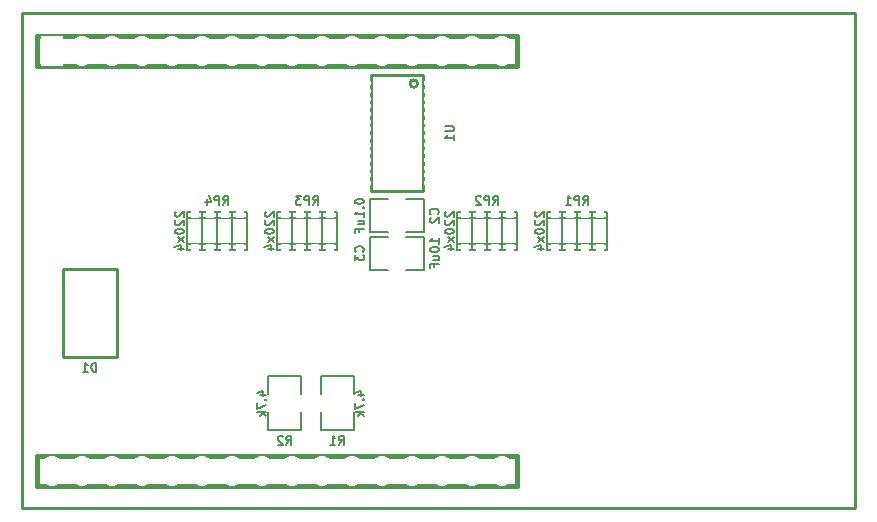
<source format=gbo>
G04 #@! TF.GenerationSoftware,KiCad,Pcbnew,6.0.0-rc1-unknown-4d73cfb~66~ubuntu18.04.1*
G04 #@! TF.CreationDate,2018-11-28T14:14:14-05:00
G04 #@! TF.ProjectId,servo_controller_3x2,73657276-6f5f-4636-9f6e-74726f6c6c65,1.0*
G04 #@! TF.SameCoordinates,Original*
G04 #@! TF.FileFunction,Legend,Bot*
G04 #@! TF.FilePolarity,Positive*
%FSLAX46Y46*%
G04 Gerber Fmt 4.6, Leading zero omitted, Abs format (unit mm)*
G04 Created by KiCad (PCBNEW 6.0.0-rc1-unknown-4d73cfb~66~ubuntu18.04.1) date Wed 28 Nov 2018 02:14:14 PM EST*
%MOMM*%
%LPD*%
G01*
G04 APERTURE LIST*
%ADD10C,0.228600*%
%ADD11C,0.381000*%
%ADD12C,0.127000*%
%ADD13C,0.150000*%
%ADD14C,0.190500*%
%ADD15R,1.350000X0.400000*%
%ADD16C,3.556000*%
%ADD17O,1.854200X2.540000*%
%ADD18R,1.854200X2.540000*%
%ADD19O,1.524000X2.032000*%
%ADD20R,1.524000X2.032000*%
%ADD21R,1.270000X2.540000*%
%ADD22R,4.000000X5.160000*%
%ADD23R,1.800000X1.640000*%
%ADD24O,2.032000X1.524000*%
%ADD25C,1.930400*%
%ADD26O,4.572000X3.556000*%
%ADD27O,4.064000X5.080000*%
%ADD28O,5.080000X3.556000*%
%ADD29R,2.540000X1.270000*%
%ADD30R,0.650000X1.000000*%
G04 APERTURE END LIST*
D10*
X156210000Y-67945000D02*
X85725000Y-67945000D01*
X156210000Y-109855000D02*
X156210000Y-67945000D01*
X85725000Y-109855000D02*
X156210000Y-109855000D01*
X85725000Y-67945000D02*
X85725000Y-109855000D01*
G04 #@! TO.C,U1*
X115275000Y-83005000D02*
X115275000Y-73205000D01*
X119675000Y-83005000D02*
X115275000Y-83005000D01*
X119675000Y-73205000D02*
X119675000Y-83005000D01*
X115275000Y-73205000D02*
X119675000Y-73205000D01*
X119191228Y-73905000D02*
G75*
G03X119191228Y-73905000I-316228J0D01*
G01*
D11*
G04 #@! TO.C,MDB1*
X127635000Y-69850000D02*
X86995000Y-69850000D01*
X127635000Y-72390000D02*
X127635000Y-69850000D01*
X86995000Y-72390000D02*
X127635000Y-72390000D01*
X86995000Y-69850000D02*
X86995000Y-72390000D01*
X127635000Y-105410000D02*
X86995000Y-105410000D01*
X127635000Y-107950000D02*
X127635000Y-105410000D01*
X86995000Y-107950000D02*
X127635000Y-107950000D01*
X86995000Y-105410000D02*
X86995000Y-107950000D01*
D12*
G04 #@! TO.C,C2*
X119761000Y-86487000D02*
X118237000Y-86487000D01*
X119761000Y-83693000D02*
X119761000Y-86487000D01*
X118237000Y-83693000D02*
X119761000Y-83693000D01*
X115189000Y-83693000D02*
X116713000Y-83693000D01*
X115189000Y-86487000D02*
X115189000Y-83693000D01*
X116713000Y-86487000D02*
X115189000Y-86487000D01*
G04 #@! TO.C,C3*
X116713000Y-89662000D02*
X115189000Y-89662000D01*
X115189000Y-89662000D02*
X115189000Y-86868000D01*
X115189000Y-86868000D02*
X116713000Y-86868000D01*
X118237000Y-86868000D02*
X119761000Y-86868000D01*
X119761000Y-86868000D02*
X119761000Y-89662000D01*
X119761000Y-89662000D02*
X118237000Y-89662000D01*
D10*
G04 #@! TO.C,D1*
X93740000Y-89595000D02*
X89140000Y-89595000D01*
X89140000Y-89595000D02*
X89140000Y-97095000D01*
X89140000Y-97095000D02*
X93740000Y-97095000D01*
X93740000Y-97095000D02*
X93740000Y-89595000D01*
D12*
G04 #@! TO.C,R1*
X110998000Y-100203000D02*
X110998000Y-98679000D01*
X110998000Y-98679000D02*
X113792000Y-98679000D01*
X113792000Y-98679000D02*
X113792000Y-100203000D01*
X113792000Y-101727000D02*
X113792000Y-103251000D01*
X113792000Y-103251000D02*
X110998000Y-103251000D01*
X110998000Y-103251000D02*
X110998000Y-101727000D01*
G04 #@! TO.C,R2*
X106553000Y-103251000D02*
X106553000Y-101727000D01*
X109347000Y-103251000D02*
X106553000Y-103251000D01*
X109347000Y-101727000D02*
X109347000Y-103251000D01*
X109347000Y-98679000D02*
X109347000Y-100203000D01*
X106553000Y-98679000D02*
X109347000Y-98679000D01*
X106553000Y-100203000D02*
X106553000Y-98679000D01*
D13*
G04 #@! TO.C,RP1*
X135255000Y-84760000D02*
X130175000Y-84760000D01*
X135255000Y-84760000D02*
X135255000Y-87960000D01*
X135255000Y-87960000D02*
X130175000Y-87960000D01*
X130175000Y-87960000D02*
X130175000Y-84760000D01*
X132715000Y-84760000D02*
X132715000Y-87960000D01*
X133985000Y-84760000D02*
X133985000Y-87960000D01*
X131445000Y-84760000D02*
X131445000Y-87960000D01*
X135255000Y-85260000D02*
X130175000Y-85260000D01*
X135255000Y-87460000D02*
X130175000Y-87460000D01*
G04 #@! TO.C,RP2*
X127635000Y-87460000D02*
X122555000Y-87460000D01*
X127635000Y-85260000D02*
X122555000Y-85260000D01*
X123825000Y-84760000D02*
X123825000Y-87960000D01*
X126365000Y-84760000D02*
X126365000Y-87960000D01*
X125095000Y-84760000D02*
X125095000Y-87960000D01*
X122555000Y-87960000D02*
X122555000Y-84760000D01*
X127635000Y-87960000D02*
X122555000Y-87960000D01*
X127635000Y-84760000D02*
X127635000Y-87960000D01*
X127635000Y-84760000D02*
X122555000Y-84760000D01*
G04 #@! TO.C,RP3*
X112395000Y-84760000D02*
X107315000Y-84760000D01*
X112395000Y-84760000D02*
X112395000Y-87960000D01*
X112395000Y-87960000D02*
X107315000Y-87960000D01*
X107315000Y-87960000D02*
X107315000Y-84760000D01*
X109855000Y-84760000D02*
X109855000Y-87960000D01*
X111125000Y-84760000D02*
X111125000Y-87960000D01*
X108585000Y-84760000D02*
X108585000Y-87960000D01*
X112395000Y-85260000D02*
X107315000Y-85260000D01*
X112395000Y-87460000D02*
X107315000Y-87460000D01*
G04 #@! TO.C,RP4*
X104775000Y-87460000D02*
X99695000Y-87460000D01*
X104775000Y-85260000D02*
X99695000Y-85260000D01*
X100965000Y-84760000D02*
X100965000Y-87960000D01*
X103505000Y-84760000D02*
X103505000Y-87960000D01*
X102235000Y-84760000D02*
X102235000Y-87960000D01*
X99695000Y-87960000D02*
X99695000Y-84760000D01*
X104775000Y-87960000D02*
X99695000Y-87960000D01*
X104775000Y-84760000D02*
X104775000Y-87960000D01*
X104775000Y-84760000D02*
X99695000Y-84760000D01*
G04 #@! TD*
G04 #@! TO.C,U1*
D14*
X121502714Y-77524428D02*
X122119571Y-77524428D01*
X122192142Y-77560714D01*
X122228428Y-77597000D01*
X122264714Y-77669571D01*
X122264714Y-77814714D01*
X122228428Y-77887285D01*
X122192142Y-77923571D01*
X122119571Y-77959857D01*
X121502714Y-77959857D01*
X122264714Y-78721857D02*
X122264714Y-78286428D01*
X122264714Y-78504142D02*
X121502714Y-78504142D01*
X121611571Y-78431571D01*
X121684142Y-78359000D01*
X121720428Y-78286428D01*
G04 #@! TO.C,C2*
X120922142Y-84963000D02*
X120958428Y-84926714D01*
X120994714Y-84817857D01*
X120994714Y-84745285D01*
X120958428Y-84636428D01*
X120885857Y-84563857D01*
X120813285Y-84527571D01*
X120668142Y-84491285D01*
X120559285Y-84491285D01*
X120414142Y-84527571D01*
X120341571Y-84563857D01*
X120269000Y-84636428D01*
X120232714Y-84745285D01*
X120232714Y-84817857D01*
X120269000Y-84926714D01*
X120305285Y-84963000D01*
X120305285Y-85253285D02*
X120269000Y-85289571D01*
X120232714Y-85362142D01*
X120232714Y-85543571D01*
X120269000Y-85616142D01*
X120305285Y-85652428D01*
X120377857Y-85688714D01*
X120450428Y-85688714D01*
X120559285Y-85652428D01*
X120994714Y-85217000D01*
X120994714Y-85688714D01*
X113882714Y-83838142D02*
X113882714Y-83910714D01*
X113919000Y-83983285D01*
X113955285Y-84019571D01*
X114027857Y-84055857D01*
X114173000Y-84092142D01*
X114354428Y-84092142D01*
X114499571Y-84055857D01*
X114572142Y-84019571D01*
X114608428Y-83983285D01*
X114644714Y-83910714D01*
X114644714Y-83838142D01*
X114608428Y-83765571D01*
X114572142Y-83729285D01*
X114499571Y-83693000D01*
X114354428Y-83656714D01*
X114173000Y-83656714D01*
X114027857Y-83693000D01*
X113955285Y-83729285D01*
X113919000Y-83765571D01*
X113882714Y-83838142D01*
X114572142Y-84418714D02*
X114608428Y-84455000D01*
X114644714Y-84418714D01*
X114608428Y-84382428D01*
X114572142Y-84418714D01*
X114644714Y-84418714D01*
X114644714Y-85180714D02*
X114644714Y-84745285D01*
X114644714Y-84963000D02*
X113882714Y-84963000D01*
X113991571Y-84890428D01*
X114064142Y-84817857D01*
X114100428Y-84745285D01*
X114136714Y-85833857D02*
X114644714Y-85833857D01*
X114136714Y-85507285D02*
X114535857Y-85507285D01*
X114608428Y-85543571D01*
X114644714Y-85616142D01*
X114644714Y-85725000D01*
X114608428Y-85797571D01*
X114572142Y-85833857D01*
X114245571Y-86450714D02*
X114245571Y-86196714D01*
X114644714Y-86196714D02*
X113882714Y-86196714D01*
X113882714Y-86559571D01*
G04 #@! TO.C,C3*
X114572142Y-88138000D02*
X114608428Y-88101714D01*
X114644714Y-87992857D01*
X114644714Y-87920285D01*
X114608428Y-87811428D01*
X114535857Y-87738857D01*
X114463285Y-87702571D01*
X114318142Y-87666285D01*
X114209285Y-87666285D01*
X114064142Y-87702571D01*
X113991571Y-87738857D01*
X113919000Y-87811428D01*
X113882714Y-87920285D01*
X113882714Y-87992857D01*
X113919000Y-88101714D01*
X113955285Y-88138000D01*
X113882714Y-88392000D02*
X113882714Y-88863714D01*
X114173000Y-88609714D01*
X114173000Y-88718571D01*
X114209285Y-88791142D01*
X114245571Y-88827428D01*
X114318142Y-88863714D01*
X114499571Y-88863714D01*
X114572142Y-88827428D01*
X114608428Y-88791142D01*
X114644714Y-88718571D01*
X114644714Y-88500857D01*
X114608428Y-88428285D01*
X114572142Y-88392000D01*
X120994714Y-87448571D02*
X120994714Y-87013142D01*
X120994714Y-87230857D02*
X120232714Y-87230857D01*
X120341571Y-87158285D01*
X120414142Y-87085714D01*
X120450428Y-87013142D01*
X120232714Y-87920285D02*
X120232714Y-87992857D01*
X120269000Y-88065428D01*
X120305285Y-88101714D01*
X120377857Y-88138000D01*
X120523000Y-88174285D01*
X120704428Y-88174285D01*
X120849571Y-88138000D01*
X120922142Y-88101714D01*
X120958428Y-88065428D01*
X120994714Y-87992857D01*
X120994714Y-87920285D01*
X120958428Y-87847714D01*
X120922142Y-87811428D01*
X120849571Y-87775142D01*
X120704428Y-87738857D01*
X120523000Y-87738857D01*
X120377857Y-87775142D01*
X120305285Y-87811428D01*
X120269000Y-87847714D01*
X120232714Y-87920285D01*
X120486714Y-88827428D02*
X120994714Y-88827428D01*
X120486714Y-88500857D02*
X120885857Y-88500857D01*
X120958428Y-88537142D01*
X120994714Y-88609714D01*
X120994714Y-88718571D01*
X120958428Y-88791142D01*
X120922142Y-88827428D01*
X120595571Y-89444285D02*
X120595571Y-89190285D01*
X120994714Y-89190285D02*
X120232714Y-89190285D01*
X120232714Y-89553142D01*
G04 #@! TO.C,D1*
X92002428Y-98289714D02*
X92002428Y-97527714D01*
X91821000Y-97527714D01*
X91712142Y-97564000D01*
X91639571Y-97636571D01*
X91603285Y-97709142D01*
X91567000Y-97854285D01*
X91567000Y-97963142D01*
X91603285Y-98108285D01*
X91639571Y-98180857D01*
X91712142Y-98253428D01*
X91821000Y-98289714D01*
X92002428Y-98289714D01*
X90841285Y-98289714D02*
X91276714Y-98289714D01*
X91059000Y-98289714D02*
X91059000Y-97527714D01*
X91131571Y-97636571D01*
X91204142Y-97709142D01*
X91276714Y-97745428D01*
G04 #@! TO.C,R1*
X112522000Y-104484714D02*
X112776000Y-104121857D01*
X112957428Y-104484714D02*
X112957428Y-103722714D01*
X112667142Y-103722714D01*
X112594571Y-103759000D01*
X112558285Y-103795285D01*
X112522000Y-103867857D01*
X112522000Y-103976714D01*
X112558285Y-104049285D01*
X112594571Y-104085571D01*
X112667142Y-104121857D01*
X112957428Y-104121857D01*
X111796285Y-104484714D02*
X112231714Y-104484714D01*
X112014000Y-104484714D02*
X112014000Y-103722714D01*
X112086571Y-103831571D01*
X112159142Y-103904142D01*
X112231714Y-103940428D01*
X114136714Y-100257428D02*
X114644714Y-100257428D01*
X113846428Y-100076000D02*
X114390714Y-99894571D01*
X114390714Y-100366285D01*
X114572142Y-100656571D02*
X114608428Y-100692857D01*
X114644714Y-100656571D01*
X114608428Y-100620285D01*
X114572142Y-100656571D01*
X114644714Y-100656571D01*
X113882714Y-100946857D02*
X113882714Y-101454857D01*
X114644714Y-101128285D01*
X114644714Y-101745142D02*
X113882714Y-101745142D01*
X114354428Y-101817714D02*
X114644714Y-102035428D01*
X114136714Y-102035428D02*
X114427000Y-101745142D01*
G04 #@! TO.C,R2*
X108077000Y-104484714D02*
X108331000Y-104121857D01*
X108512428Y-104484714D02*
X108512428Y-103722714D01*
X108222142Y-103722714D01*
X108149571Y-103759000D01*
X108113285Y-103795285D01*
X108077000Y-103867857D01*
X108077000Y-103976714D01*
X108113285Y-104049285D01*
X108149571Y-104085571D01*
X108222142Y-104121857D01*
X108512428Y-104121857D01*
X107786714Y-103795285D02*
X107750428Y-103759000D01*
X107677857Y-103722714D01*
X107496428Y-103722714D01*
X107423857Y-103759000D01*
X107387571Y-103795285D01*
X107351285Y-103867857D01*
X107351285Y-103940428D01*
X107387571Y-104049285D01*
X107823000Y-104484714D01*
X107351285Y-104484714D01*
X105881714Y-100257428D02*
X106389714Y-100257428D01*
X105591428Y-100076000D02*
X106135714Y-99894571D01*
X106135714Y-100366285D01*
X106317142Y-100656571D02*
X106353428Y-100692857D01*
X106389714Y-100656571D01*
X106353428Y-100620285D01*
X106317142Y-100656571D01*
X106389714Y-100656571D01*
X105627714Y-100946857D02*
X105627714Y-101454857D01*
X106389714Y-101128285D01*
X106389714Y-101745142D02*
X105627714Y-101745142D01*
X106099428Y-101817714D02*
X106389714Y-102035428D01*
X105881714Y-102035428D02*
X106172000Y-101745142D01*
G04 #@! TO.C,RP1*
X133223000Y-84164714D02*
X133477000Y-83801857D01*
X133658428Y-84164714D02*
X133658428Y-83402714D01*
X133368142Y-83402714D01*
X133295571Y-83439000D01*
X133259285Y-83475285D01*
X133223000Y-83547857D01*
X133223000Y-83656714D01*
X133259285Y-83729285D01*
X133295571Y-83765571D01*
X133368142Y-83801857D01*
X133658428Y-83801857D01*
X132896428Y-84164714D02*
X132896428Y-83402714D01*
X132606142Y-83402714D01*
X132533571Y-83439000D01*
X132497285Y-83475285D01*
X132461000Y-83547857D01*
X132461000Y-83656714D01*
X132497285Y-83729285D01*
X132533571Y-83765571D01*
X132606142Y-83801857D01*
X132896428Y-83801857D01*
X131735285Y-84164714D02*
X132170714Y-84164714D01*
X131953000Y-84164714D02*
X131953000Y-83402714D01*
X132025571Y-83511571D01*
X132098142Y-83584142D01*
X132170714Y-83620428D01*
X129195285Y-84745285D02*
X129159000Y-84781571D01*
X129122714Y-84854142D01*
X129122714Y-85035571D01*
X129159000Y-85108142D01*
X129195285Y-85144428D01*
X129267857Y-85180714D01*
X129340428Y-85180714D01*
X129449285Y-85144428D01*
X129884714Y-84709000D01*
X129884714Y-85180714D01*
X129195285Y-85471000D02*
X129159000Y-85507285D01*
X129122714Y-85579857D01*
X129122714Y-85761285D01*
X129159000Y-85833857D01*
X129195285Y-85870142D01*
X129267857Y-85906428D01*
X129340428Y-85906428D01*
X129449285Y-85870142D01*
X129884714Y-85434714D01*
X129884714Y-85906428D01*
X129122714Y-86378142D02*
X129122714Y-86450714D01*
X129159000Y-86523285D01*
X129195285Y-86559571D01*
X129267857Y-86595857D01*
X129413000Y-86632142D01*
X129594428Y-86632142D01*
X129739571Y-86595857D01*
X129812142Y-86559571D01*
X129848428Y-86523285D01*
X129884714Y-86450714D01*
X129884714Y-86378142D01*
X129848428Y-86305571D01*
X129812142Y-86269285D01*
X129739571Y-86233000D01*
X129594428Y-86196714D01*
X129413000Y-86196714D01*
X129267857Y-86233000D01*
X129195285Y-86269285D01*
X129159000Y-86305571D01*
X129122714Y-86378142D01*
X129884714Y-86886142D02*
X129376714Y-87285285D01*
X129376714Y-86886142D02*
X129884714Y-87285285D01*
X129376714Y-87902142D02*
X129884714Y-87902142D01*
X129086428Y-87720714D02*
X129630714Y-87539285D01*
X129630714Y-88011000D01*
G04 #@! TO.C,RP2*
X125603000Y-84164714D02*
X125857000Y-83801857D01*
X126038428Y-84164714D02*
X126038428Y-83402714D01*
X125748142Y-83402714D01*
X125675571Y-83439000D01*
X125639285Y-83475285D01*
X125603000Y-83547857D01*
X125603000Y-83656714D01*
X125639285Y-83729285D01*
X125675571Y-83765571D01*
X125748142Y-83801857D01*
X126038428Y-83801857D01*
X125276428Y-84164714D02*
X125276428Y-83402714D01*
X124986142Y-83402714D01*
X124913571Y-83439000D01*
X124877285Y-83475285D01*
X124841000Y-83547857D01*
X124841000Y-83656714D01*
X124877285Y-83729285D01*
X124913571Y-83765571D01*
X124986142Y-83801857D01*
X125276428Y-83801857D01*
X124550714Y-83475285D02*
X124514428Y-83439000D01*
X124441857Y-83402714D01*
X124260428Y-83402714D01*
X124187857Y-83439000D01*
X124151571Y-83475285D01*
X124115285Y-83547857D01*
X124115285Y-83620428D01*
X124151571Y-83729285D01*
X124587000Y-84164714D01*
X124115285Y-84164714D01*
X121575285Y-84745285D02*
X121539000Y-84781571D01*
X121502714Y-84854142D01*
X121502714Y-85035571D01*
X121539000Y-85108142D01*
X121575285Y-85144428D01*
X121647857Y-85180714D01*
X121720428Y-85180714D01*
X121829285Y-85144428D01*
X122264714Y-84709000D01*
X122264714Y-85180714D01*
X121575285Y-85471000D02*
X121539000Y-85507285D01*
X121502714Y-85579857D01*
X121502714Y-85761285D01*
X121539000Y-85833857D01*
X121575285Y-85870142D01*
X121647857Y-85906428D01*
X121720428Y-85906428D01*
X121829285Y-85870142D01*
X122264714Y-85434714D01*
X122264714Y-85906428D01*
X121502714Y-86378142D02*
X121502714Y-86450714D01*
X121539000Y-86523285D01*
X121575285Y-86559571D01*
X121647857Y-86595857D01*
X121793000Y-86632142D01*
X121974428Y-86632142D01*
X122119571Y-86595857D01*
X122192142Y-86559571D01*
X122228428Y-86523285D01*
X122264714Y-86450714D01*
X122264714Y-86378142D01*
X122228428Y-86305571D01*
X122192142Y-86269285D01*
X122119571Y-86233000D01*
X121974428Y-86196714D01*
X121793000Y-86196714D01*
X121647857Y-86233000D01*
X121575285Y-86269285D01*
X121539000Y-86305571D01*
X121502714Y-86378142D01*
X122264714Y-86886142D02*
X121756714Y-87285285D01*
X121756714Y-86886142D02*
X122264714Y-87285285D01*
X121756714Y-87902142D02*
X122264714Y-87902142D01*
X121466428Y-87720714D02*
X122010714Y-87539285D01*
X122010714Y-88011000D01*
G04 #@! TO.C,RP3*
X110363000Y-84164714D02*
X110617000Y-83801857D01*
X110798428Y-84164714D02*
X110798428Y-83402714D01*
X110508142Y-83402714D01*
X110435571Y-83439000D01*
X110399285Y-83475285D01*
X110363000Y-83547857D01*
X110363000Y-83656714D01*
X110399285Y-83729285D01*
X110435571Y-83765571D01*
X110508142Y-83801857D01*
X110798428Y-83801857D01*
X110036428Y-84164714D02*
X110036428Y-83402714D01*
X109746142Y-83402714D01*
X109673571Y-83439000D01*
X109637285Y-83475285D01*
X109601000Y-83547857D01*
X109601000Y-83656714D01*
X109637285Y-83729285D01*
X109673571Y-83765571D01*
X109746142Y-83801857D01*
X110036428Y-83801857D01*
X109347000Y-83402714D02*
X108875285Y-83402714D01*
X109129285Y-83693000D01*
X109020428Y-83693000D01*
X108947857Y-83729285D01*
X108911571Y-83765571D01*
X108875285Y-83838142D01*
X108875285Y-84019571D01*
X108911571Y-84092142D01*
X108947857Y-84128428D01*
X109020428Y-84164714D01*
X109238142Y-84164714D01*
X109310714Y-84128428D01*
X109347000Y-84092142D01*
X106335285Y-84745285D02*
X106299000Y-84781571D01*
X106262714Y-84854142D01*
X106262714Y-85035571D01*
X106299000Y-85108142D01*
X106335285Y-85144428D01*
X106407857Y-85180714D01*
X106480428Y-85180714D01*
X106589285Y-85144428D01*
X107024714Y-84709000D01*
X107024714Y-85180714D01*
X106335285Y-85471000D02*
X106299000Y-85507285D01*
X106262714Y-85579857D01*
X106262714Y-85761285D01*
X106299000Y-85833857D01*
X106335285Y-85870142D01*
X106407857Y-85906428D01*
X106480428Y-85906428D01*
X106589285Y-85870142D01*
X107024714Y-85434714D01*
X107024714Y-85906428D01*
X106262714Y-86378142D02*
X106262714Y-86450714D01*
X106299000Y-86523285D01*
X106335285Y-86559571D01*
X106407857Y-86595857D01*
X106553000Y-86632142D01*
X106734428Y-86632142D01*
X106879571Y-86595857D01*
X106952142Y-86559571D01*
X106988428Y-86523285D01*
X107024714Y-86450714D01*
X107024714Y-86378142D01*
X106988428Y-86305571D01*
X106952142Y-86269285D01*
X106879571Y-86233000D01*
X106734428Y-86196714D01*
X106553000Y-86196714D01*
X106407857Y-86233000D01*
X106335285Y-86269285D01*
X106299000Y-86305571D01*
X106262714Y-86378142D01*
X107024714Y-86886142D02*
X106516714Y-87285285D01*
X106516714Y-86886142D02*
X107024714Y-87285285D01*
X106516714Y-87902142D02*
X107024714Y-87902142D01*
X106226428Y-87720714D02*
X106770714Y-87539285D01*
X106770714Y-88011000D01*
G04 #@! TO.C,RP4*
X102743000Y-84164714D02*
X102997000Y-83801857D01*
X103178428Y-84164714D02*
X103178428Y-83402714D01*
X102888142Y-83402714D01*
X102815571Y-83439000D01*
X102779285Y-83475285D01*
X102743000Y-83547857D01*
X102743000Y-83656714D01*
X102779285Y-83729285D01*
X102815571Y-83765571D01*
X102888142Y-83801857D01*
X103178428Y-83801857D01*
X102416428Y-84164714D02*
X102416428Y-83402714D01*
X102126142Y-83402714D01*
X102053571Y-83439000D01*
X102017285Y-83475285D01*
X101981000Y-83547857D01*
X101981000Y-83656714D01*
X102017285Y-83729285D01*
X102053571Y-83765571D01*
X102126142Y-83801857D01*
X102416428Y-83801857D01*
X101327857Y-83656714D02*
X101327857Y-84164714D01*
X101509285Y-83366428D02*
X101690714Y-83910714D01*
X101219000Y-83910714D01*
X98715285Y-84745285D02*
X98679000Y-84781571D01*
X98642714Y-84854142D01*
X98642714Y-85035571D01*
X98679000Y-85108142D01*
X98715285Y-85144428D01*
X98787857Y-85180714D01*
X98860428Y-85180714D01*
X98969285Y-85144428D01*
X99404714Y-84709000D01*
X99404714Y-85180714D01*
X98715285Y-85471000D02*
X98679000Y-85507285D01*
X98642714Y-85579857D01*
X98642714Y-85761285D01*
X98679000Y-85833857D01*
X98715285Y-85870142D01*
X98787857Y-85906428D01*
X98860428Y-85906428D01*
X98969285Y-85870142D01*
X99404714Y-85434714D01*
X99404714Y-85906428D01*
X98642714Y-86378142D02*
X98642714Y-86450714D01*
X98679000Y-86523285D01*
X98715285Y-86559571D01*
X98787857Y-86595857D01*
X98933000Y-86632142D01*
X99114428Y-86632142D01*
X99259571Y-86595857D01*
X99332142Y-86559571D01*
X99368428Y-86523285D01*
X99404714Y-86450714D01*
X99404714Y-86378142D01*
X99368428Y-86305571D01*
X99332142Y-86269285D01*
X99259571Y-86233000D01*
X99114428Y-86196714D01*
X98933000Y-86196714D01*
X98787857Y-86233000D01*
X98715285Y-86269285D01*
X98679000Y-86305571D01*
X98642714Y-86378142D01*
X99404714Y-86886142D02*
X98896714Y-87285285D01*
X98896714Y-86886142D02*
X99404714Y-87285285D01*
X98896714Y-87902142D02*
X99404714Y-87902142D01*
X98606428Y-87720714D02*
X99150714Y-87539285D01*
X99150714Y-88011000D01*
G04 #@! TD*
%LPC*%
D15*
G04 #@! TO.C,U1*
X114550000Y-73880000D03*
X114550000Y-74530000D03*
X114550000Y-75180000D03*
X114550000Y-75830000D03*
X114550000Y-76480000D03*
X114550000Y-77130000D03*
X114550000Y-77780000D03*
X114550000Y-78430000D03*
X114550000Y-79080000D03*
X114550000Y-79730000D03*
X114550000Y-80380000D03*
X114550000Y-81030000D03*
X114550000Y-81680000D03*
X114550000Y-82330000D03*
X120400000Y-82330000D03*
X120400000Y-81680000D03*
X120400000Y-81030000D03*
X120400000Y-80380000D03*
X120400000Y-79730000D03*
X120400000Y-79080000D03*
X120400000Y-78430000D03*
X120400000Y-77780000D03*
X120400000Y-77130000D03*
X120400000Y-76480000D03*
X120400000Y-75830000D03*
X120400000Y-75180000D03*
X120400000Y-74530000D03*
X120400000Y-73880000D03*
G04 #@! TD*
D16*
G04 #@! TO.C,MDB1*
X130175000Y-71120000D03*
X130175000Y-106680000D03*
X89535000Y-101600000D03*
X89535000Y-76200000D03*
D17*
X88265000Y-106680000D03*
X90805000Y-106680000D03*
X93345000Y-106680000D03*
X95885000Y-106680000D03*
X98425000Y-106680000D03*
X100965000Y-106680000D03*
X103505000Y-106680000D03*
X106045000Y-106680000D03*
X108585000Y-106680000D03*
X111125000Y-106680000D03*
X113665000Y-106680000D03*
X116205000Y-106680000D03*
X118745000Y-106680000D03*
X121285000Y-106680000D03*
X123825000Y-106680000D03*
X126365000Y-106680000D03*
X126365000Y-71120000D03*
X123825000Y-71120000D03*
X121285000Y-71120000D03*
X118745000Y-71120000D03*
X116205000Y-71120000D03*
X113665000Y-71120000D03*
X111125000Y-71120000D03*
X108585000Y-71120000D03*
X106045000Y-71120000D03*
X103505000Y-71120000D03*
X100965000Y-71120000D03*
X98425000Y-71120000D03*
X95885000Y-71120000D03*
D18*
X88265000Y-71120000D03*
D17*
X93345000Y-71120000D03*
X90805000Y-71120000D03*
G04 #@! TD*
D19*
G04 #@! TO.C,P2*
X98425000Y-93980000D03*
X100965000Y-93980000D03*
X103505000Y-93980000D03*
X106045000Y-93980000D03*
X108585000Y-93980000D03*
X111125000Y-93980000D03*
X113665000Y-93980000D03*
X116205000Y-93980000D03*
X118745000Y-93980000D03*
X121285000Y-93980000D03*
X123825000Y-93980000D03*
X126365000Y-93980000D03*
X128905000Y-93980000D03*
X131445000Y-93980000D03*
X133985000Y-93980000D03*
X136525000Y-93980000D03*
X98425000Y-96774000D03*
X98425000Y-91186000D03*
X100965000Y-96774000D03*
X100965000Y-91186000D03*
X103505000Y-96774000D03*
X103505000Y-91186000D03*
X106045000Y-96774000D03*
X106045000Y-91186000D03*
X108585000Y-96774000D03*
X108585000Y-91186000D03*
X111125000Y-96774000D03*
X111125000Y-91186000D03*
X113665000Y-96774000D03*
X113665000Y-91186000D03*
X116205000Y-96774000D03*
X116205000Y-91186000D03*
X118745000Y-96774000D03*
X118745000Y-91186000D03*
X121285000Y-96774000D03*
X121285000Y-91186000D03*
X123825000Y-96774000D03*
X123825000Y-91186000D03*
X126365000Y-96774000D03*
X126365000Y-91186000D03*
X128905000Y-96774000D03*
X128905000Y-91186000D03*
X131445000Y-96774000D03*
X131445000Y-91186000D03*
X133985000Y-96774000D03*
X133985000Y-91186000D03*
X136525000Y-96774000D03*
D20*
X136525000Y-91186000D03*
G04 #@! TD*
D21*
G04 #@! TO.C,C2*
X118999000Y-85090000D03*
X115951000Y-85090000D03*
G04 #@! TD*
G04 #@! TO.C,C3*
X115951000Y-88265000D03*
X118999000Y-88265000D03*
G04 #@! TD*
D22*
G04 #@! TO.C,D1*
X91440000Y-94365000D03*
D23*
X92505000Y-90565000D03*
X90375000Y-90565000D03*
G04 #@! TD*
D24*
G04 #@! TO.C,L1*
X142240000Y-95250000D03*
X147320000Y-95250000D03*
G04 #@! TD*
D25*
G04 #@! TO.C,P1*
X153212800Y-88900000D03*
D26*
X149707600Y-88900000D03*
D27*
X144221200Y-88900000D03*
D28*
X151206200Y-84404200D03*
X151206200Y-93395800D03*
G04 #@! TD*
D29*
G04 #@! TO.C,R1*
X112395000Y-99441000D03*
X112395000Y-102489000D03*
G04 #@! TD*
G04 #@! TO.C,R2*
X107950000Y-102489000D03*
X107950000Y-99441000D03*
G04 #@! TD*
D30*
G04 #@! TO.C,RP1*
X134620000Y-84760000D03*
X134620000Y-87960000D03*
X133350000Y-84760000D03*
X133350000Y-87960000D03*
X132080000Y-84760000D03*
X132080000Y-87960000D03*
X130810000Y-84760000D03*
X130810000Y-87960000D03*
G04 #@! TD*
G04 #@! TO.C,RP2*
X123190000Y-87960000D03*
X123190000Y-84760000D03*
X124460000Y-87960000D03*
X124460000Y-84760000D03*
X125730000Y-87960000D03*
X125730000Y-84760000D03*
X127000000Y-87960000D03*
X127000000Y-84760000D03*
G04 #@! TD*
G04 #@! TO.C,RP3*
X111760000Y-84760000D03*
X111760000Y-87960000D03*
X110490000Y-84760000D03*
X110490000Y-87960000D03*
X109220000Y-84760000D03*
X109220000Y-87960000D03*
X107950000Y-84760000D03*
X107950000Y-87960000D03*
G04 #@! TD*
G04 #@! TO.C,RP4*
X100330000Y-87960000D03*
X100330000Y-84760000D03*
X101600000Y-87960000D03*
X101600000Y-84760000D03*
X102870000Y-87960000D03*
X102870000Y-84760000D03*
X104140000Y-87960000D03*
X104140000Y-84760000D03*
G04 #@! TD*
M02*

</source>
